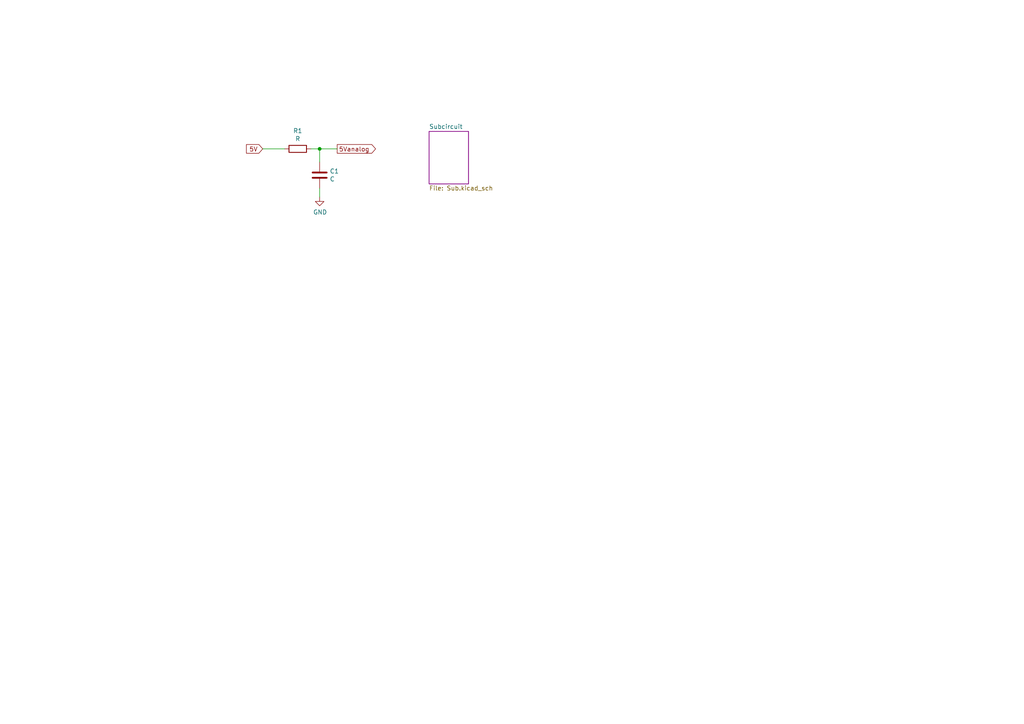
<source format=kicad_sch>
(kicad_sch (version 20200310) (host eeschema "(5.99.0-1545-g9916f24fa)")
  (page "A4")
  (lib_symbols
    (symbol "Device:C" (pin_numbers hide) (pin_names (offset 0.254))
      (property "Reference" "C" (at 0.635 2.54 0))
      (property "Value" "C" (at 0.635 -2.54 0))
      (symbol "C_0_1"
        (polyline (pts (xy -2.032 -0.762) (xy 2.032 -0.762)) (stroke (width 0.508)))
        (polyline (pts (xy -2.032 0.762) (xy 2.032 0.762)) (stroke (width 0.508)))
      )
      (symbol "C_1_1"
        (pin passive line (at 0 3.81 270) (length 2.794) (name "~") (number "1"))
        (pin passive line (at 0 -3.81 90) (length 2.794) (name "~") (number "2"))
      )
    )
    (symbol "Device:R" (pin_numbers hide) (pin_names (offset 0))
      (property "Reference" "R" (at 2.032 0 90))
      (property "Value" "R" (at 0 0 90))
      (symbol "R_0_1"
        (rectangle (start -1.016 -2.54) (end 1.016 2.54) (stroke (width 0.254)))
      )
      (symbol "R_1_1"
        (pin passive line (at 0 3.81 270) (length 1.27) (name "~") (number "1"))
        (pin passive line (at 0 -3.81 90) (length 1.27) (name "~") (number "2"))
      )
    )
    (symbol "power:GND" (power) (pin_names (offset 0))
      (property "Value" "GND" (at 0 -3.81 0))
      (symbol "GND_0_1"
        (polyline (pts (xy 0 0) (xy 0 -1.27) (xy 1.27 -1.27) (xy 0 -2.54) (xy -1.27 -1.27) (xy 0 -1.27)))
      )
      (symbol "GND_1_1"
        (pin power_in line (at 0 0 270) (length 0) (name "GND") (number "1") hide)
      )
    )
  )
  (junction (at 92.71 43.18))
  (wire (pts (xy 76.2 43.18) (xy 82.55 43.18)))
  (wire (pts (xy 90.17 43.18) (xy 92.71 43.18)))
  (wire (pts (xy 92.71 43.18) (xy 92.71 46.99)))
  (wire (pts (xy 92.71 43.18) (xy 97.79 43.18)))
  (wire (pts (xy 92.71 54.61) (xy 92.71 57.15)))
  (global_label "5V" (shape input) (at 76.2 43.18 180))
  (global_label "5Vanalog" (shape output) (at 97.79 43.18 0))
  (symbol (lib_id "power:GND") (at 92.71 57.15 0) (unit 1)
    (property "Reference" "#PWR0101" (effects hide))
    (property "Value" "GND" (at 92.837 61.5442 0))
  )
  (symbol (lib_id "Device:R") (at 86.36 43.18 90) (unit 1)
    (property "Reference" "R1" (at 86.36 37.9476 90))
    (property "Value" "R" (at 86.36 40.259 90))
    (property "Footprint" "Resistor_THT:R_Axial_Power_L25.0mm_W6.4mm_P30.48mm" (effects hide))
  )
  (symbol (lib_id "Device:C") (at 92.71 50.8 0) (unit 1)
    (property "Reference" "C1" (at 95.631 49.657 0) (effects (justify left)))
    (property "Value" "C" (at 95.631 51.943 0) (effects (justify left)))
    (property "Footprint" "Capacitor_THT:CP_Axial_L18.0mm_D8.0mm_P25.00mm_Horizontal" (effects hide))
  )
  (sheet (at 124.46 38.1) (size 11.43 15.24) (stroke (color 132 0 132 1)) (fill (color 255 255 255 0.0000))
    (property "Reference" "Subcircuit" (at 124.46 37.4645 0) (effects (justify left bottom)))
    (property "Value" "Sub.kicad_sch" (at 124.46 53.8485 0) (effects (justify left top)))
  )
)
</source>
